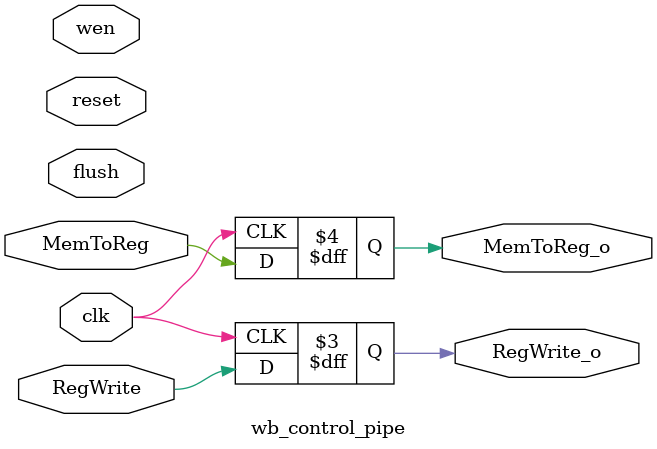
<source format=v>





module wb_control_pipe (
	// inputs
	input wire RegWrite,
	input wire MemToReg,
	input wire clk,
	input wire reset,
	input wire flush,
	input wire wen,
	// outputs
	output reg RegWrite_o,
	output reg MemToReg_o);

initial begin
	RegWrite_o = 0;
	MemToReg_o = 0;
end
	
always @(posedge clk) begin
	RegWrite_o <= RegWrite;
	MemToReg_o <= MemToReg;
/*	if (reset == 1 || flush == 1 || wen == 0) begin
		RegWrite_o <= 0;
		MemToReg_o <= 0;
	end */
end

endmodule

</source>
